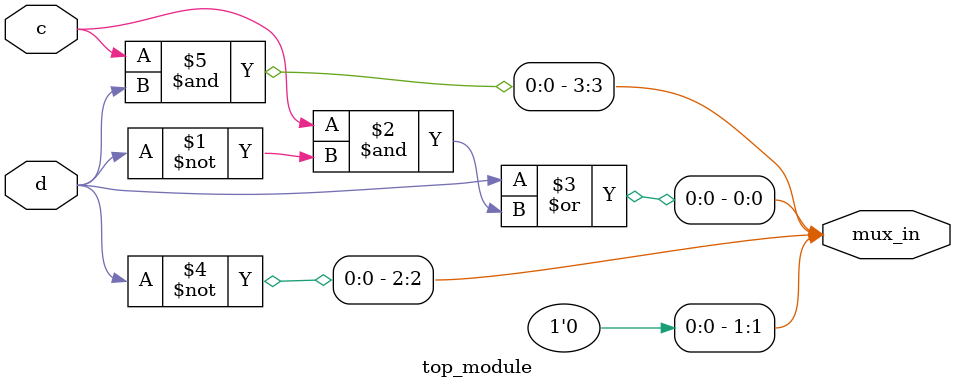
<source format=sv>
module top_module (
    input c,
    input d,
    output [3:0] mux_in
); 
    assign mux_in = {c&d, ~d, 1'b0, d | c & ~d};

endmodule

</source>
